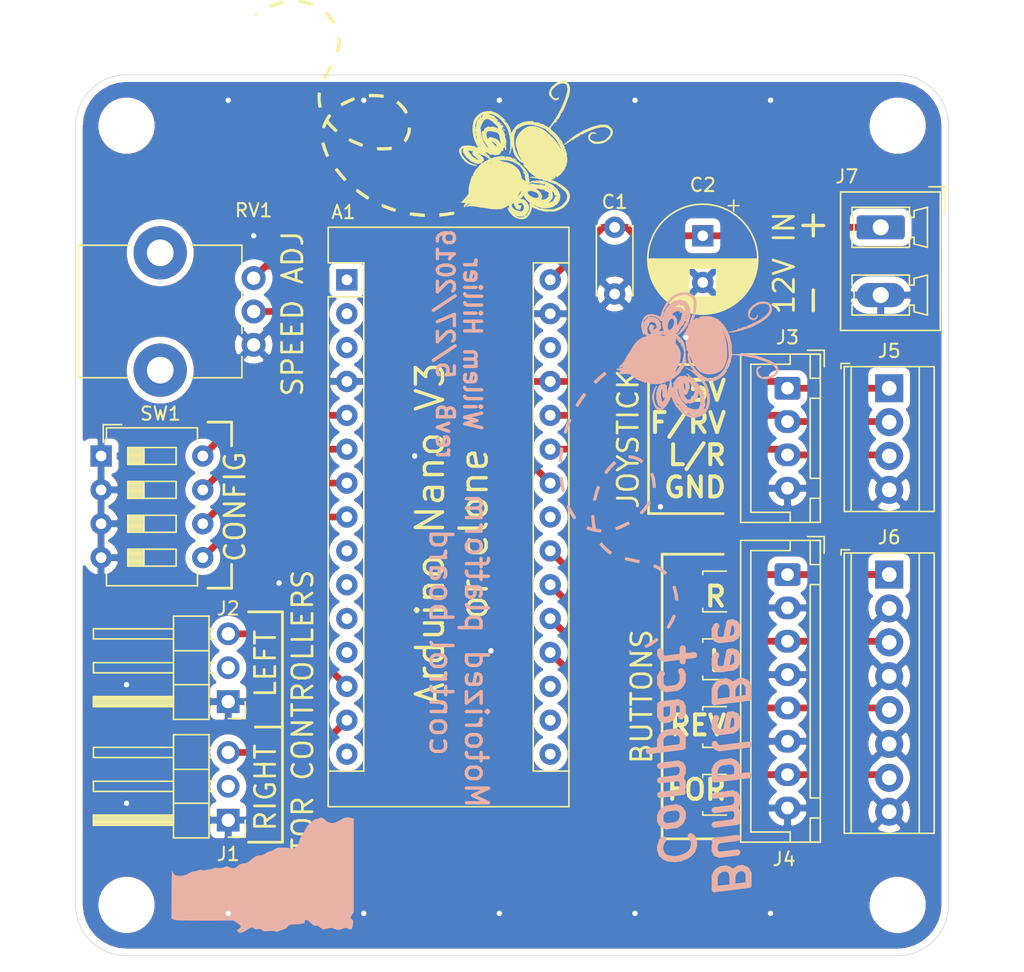
<source format=kicad_pcb>
(kicad_pcb (version 20171130) (host pcbnew "(5.1.0)-1")
  (layers (0 F.Cu signal) (31 B.Cu signal) (34 B.Paste user) (35 F.Paste user) (36 B.SilkS user) (37 F.SilkS user) (38 B.Mask user) (39 F.Mask user) (44 Edge.Cuts user))
  (net 0 "")
  (net 1 GND)
  (net 2 /CONFIG1)
  (net 3 /CONFIG2)
  (net 4 /SPEED)
  (net 5 /CONFIG3)
  (net 6 /CONFIG4)
  (net 7 /BTN_UP)
  (net 8 /JS_Y)
  (net 9 /BTN_DN)
  (net 10 /JS_X)
  (net 11 /BTN_L)
  (net 12 +5V)
  (net 13 /BTN_R)
  (net 14 /LMOTOR)
  (net 15 /RMOTOR)
  (net 16 VBUS)
  (module Capacitor_THT:CP_Radial_D8.0mm_P3.50mm (layer F.Cu) (at 127 63.5 270)
    (fp_text reference C2 (at -3.81 0) (layer F.SilkS))
    (fp_text value 10u)
    (pad 2 thru_hole circle (at 3.5 0 270) (size 1.6 1.6) (drill 0.8) (layers *.Cu *.Mask) (net 1 GND))
    (pad 1 thru_hole rect (at 0 0 270) (size 1.6 1.6) (drill 0.8) (layers *.Cu *.Mask) (net 16 VBUS))
  )
  (module footprints:vtLogo15mm (layer B.Cu) (at 93.98 111.252 90)
    (fp_text reference G*** hide)
    (fp_text value LOGO hide)
  )
  (module logo:bumblebee_logo (layer B.Cu) (at 124.46 81.28 90)
    (fp_text reference G*** hide)
    (fp_text value LOGO hide)
  )
  (module logo:bumblebee_logo (layer F.Cu) (at 105.664 53.34 320)
    (fp_text reference G*** hide)
    (fp_text value LOGO hide)
  )
  (module MountingHole:MountingHole_3.2mm_M3 (layer F.Cu) (at 141.605 113.665)
    (fp_text reference REF** hide)
    (fp_text value MountingHole_3.2mm_M3)
    (pad 1 np_thru_hole circle (at 0 0) (size 3.2 3.2) (drill 3.2) (layers *.Cu *.Mask))
  )
  (module MountingHole:MountingHole_3.2mm_M3 (layer F.Cu) (at 83.82 113.665)
    (fp_text reference REF** hide)
    (fp_text value MountingHole_3.2mm_M3)
    (pad 1 np_thru_hole circle (at 0 0) (size 3.2 3.2) (drill 3.2) (layers *.Cu *.Mask))
  )
  (module MountingHole:MountingHole_3.2mm_M3 (layer F.Cu) (at 83.82 55.245)
    (fp_text reference REF** hide)
    (fp_text value MountingHole_3.2mm_M3)
    (pad 1 np_thru_hole circle (at 0 0) (size 3.2 3.2) (drill 3.2) (layers *.Cu *.Mask))
  )
  (module MountingHole:MountingHole_3.2mm_M3 (layer F.Cu) (at 141.605 55.245)
    (fp_text reference REF** hide)
    (fp_text value MountingHole_3.2mm_M3)
    (pad 1 np_thru_hole circle (at 0 0) (size 3.2 3.2) (drill 3.2) (layers *.Cu *.Mask))
  )
  (module Module:Arduino_Nano (layer F.Cu) (at 100.33 66.802)
    (fp_text reference A1 (at -0.254 -5.08) (layer F.SilkS))
    (fp_text value Arduino_Nano_v3.x)
    (pad 1 thru_hole rect (at 0 0) (size 1.6 1.6) (drill 0.8) (layers *.Cu *.Mask))
    (pad 17 thru_hole oval (at 15.24 33.02) (size 1.6 1.6) (drill 0.8) (layers *.Cu *.Mask))
    (pad 2 thru_hole oval (at 0 2.54) (size 1.6 1.6) (drill 0.8) (layers *.Cu *.Mask))
    (pad 18 thru_hole oval (at 15.24 30.48) (size 1.6 1.6) (drill 0.8) (layers *.Cu *.Mask))
    (pad 3 thru_hole oval (at 0 5.08) (size 1.6 1.6) (drill 0.8) (layers *.Cu *.Mask))
    (pad 19 thru_hole oval (at 15.24 27.94) (size 1.6 1.6) (drill 0.8) (layers *.Cu *.Mask) (net 13 /BTN_R))
    (pad 4 thru_hole oval (at 0 7.62) (size 1.6 1.6) (drill 0.8) (layers *.Cu *.Mask) (net 1 GND))
    (pad 20 thru_hole oval (at 15.24 25.4) (size 1.6 1.6) (drill 0.8) (layers *.Cu *.Mask) (net 11 /BTN_L))
    (pad 5 thru_hole oval (at 0 10.16) (size 1.6 1.6) (drill 0.8) (layers *.Cu *.Mask) (net 2 /CONFIG1))
    (pad 21 thru_hole oval (at 15.24 22.86) (size 1.6 1.6) (drill 0.8) (layers *.Cu *.Mask) (net 9 /BTN_DN))
    (pad 6 thru_hole oval (at 0 12.7) (size 1.6 1.6) (drill 0.8) (layers *.Cu *.Mask) (net 3 /CONFIG2))
    (pad 22 thru_hole oval (at 15.24 20.32) (size 1.6 1.6) (drill 0.8) (layers *.Cu *.Mask) (net 7 /BTN_UP))
    (pad 7 thru_hole oval (at 0 15.24) (size 1.6 1.6) (drill 0.8) (layers *.Cu *.Mask) (net 5 /CONFIG3))
    (pad 23 thru_hole oval (at 15.24 17.78) (size 1.6 1.6) (drill 0.8) (layers *.Cu *.Mask))
    (pad 8 thru_hole oval (at 0 17.78) (size 1.6 1.6) (drill 0.8) (layers *.Cu *.Mask) (net 6 /CONFIG4))
    (pad 24 thru_hole oval (at 15.24 15.24) (size 1.6 1.6) (drill 0.8) (layers *.Cu *.Mask) (net 4 /SPEED))
    (pad 9 thru_hole oval (at 0 20.32) (size 1.6 1.6) (drill 0.8) (layers *.Cu *.Mask))
    (pad 25 thru_hole oval (at 15.24 12.7) (size 1.6 1.6) (drill 0.8) (layers *.Cu *.Mask) (net 8 /JS_Y))
    (pad 10 thru_hole oval (at 0 22.86) (size 1.6 1.6) (drill 0.8) (layers *.Cu *.Mask))
    (pad 26 thru_hole oval (at 15.24 10.16) (size 1.6 1.6) (drill 0.8) (layers *.Cu *.Mask) (net 10 /JS_X))
    (pad 11 thru_hole oval (at 0 25.4) (size 1.6 1.6) (drill 0.8) (layers *.Cu *.Mask))
    (pad 27 thru_hole oval (at 15.24 7.62) (size 1.6 1.6) (drill 0.8) (layers *.Cu *.Mask) (net 12 +5V))
    (pad 12 thru_hole oval (at 0 27.94) (size 1.6 1.6) (drill 0.8) (layers *.Cu *.Mask))
    (pad 28 thru_hole oval (at 15.24 5.08) (size 1.6 1.6) (drill 0.8) (layers *.Cu *.Mask))
    (pad 13 thru_hole oval (at 0 30.48) (size 1.6 1.6) (drill 0.8) (layers *.Cu *.Mask) (net 14 /LMOTOR))
    (pad 29 thru_hole oval (at 15.24 2.54) (size 1.6 1.6) (drill 0.8) (layers *.Cu *.Mask) (net 1 GND))
    (pad 14 thru_hole oval (at 0 33.02) (size 1.6 1.6) (drill 0.8) (layers *.Cu *.Mask) (net 15 /RMOTOR))
    (pad 30 thru_hole oval (at 15.24 0) (size 1.6 1.6) (drill 0.8) (layers *.Cu *.Mask) (net 16 VBUS))
    (pad 15 thru_hole oval (at 0 35.56) (size 1.6 1.6) (drill 0.8) (layers *.Cu *.Mask))
    (pad 16 thru_hole oval (at 15.24 35.56) (size 1.6 1.6) (drill 0.8) (layers *.Cu *.Mask))
  )
  (module Capacitor_THT:C_Disc_D5.0mm_W2.5mm_P5.00mm (layer F.Cu) (at 120.396 62.865 270)
    (fp_text reference C1 (at -1.905 0) (layer F.SilkS))
    (fp_text value 0.1u)
    (pad 1 thru_hole circle (at 0 0 270) (size 1.6 1.6) (drill 0.8) (layers *.Cu *.Mask) (net 16 VBUS))
    (pad 2 thru_hole circle (at 5 0 270) (size 1.6 1.6) (drill 0.8) (layers *.Cu *.Mask) (net 1 GND))
  )
  (module Connector_JST:JST_XH_B4B-XH-A_1x04_P2.50mm_Vertical (layer F.Cu) (at 133.35 74.93 270)
    (fp_text reference J3 (at -3.81 0) (layer F.SilkS))
    (fp_text value Conn_01x04)
    (pad 1 thru_hole roundrect (at 0 0 270) (size 1.7 1.95) (drill 0.95) (layers *.Cu *.Mask) (roundrect_rratio 0.147059) (net 12 +5V))
    (pad 2 thru_hole oval (at 2.5 0 270) (size 1.7 1.95) (drill 0.95) (layers *.Cu *.Mask) (net 10 /JS_X))
    (pad 3 thru_hole oval (at 5 0 270) (size 1.7 1.95) (drill 0.95) (layers *.Cu *.Mask) (net 8 /JS_Y))
    (pad 4 thru_hole oval (at 7.5 0 270) (size 1.7 1.95) (drill 0.95) (layers *.Cu *.Mask) (net 1 GND))
  )
  (module Connector_JST:JST_XH_B8B-XH-A_1x08_P2.50mm_Vertical (layer F.Cu) (at 133.35 88.9 270)
    (fp_text reference J4 (at 21.336 0.254) (layer F.SilkS))
    (fp_text value JST-XH)
    (pad 1 thru_hole roundrect (at 0 0 270) (size 1.7 1.95) (drill 0.95) (layers *.Cu *.Mask) (roundrect_rratio 0.147059) (net 7 /BTN_UP))
    (pad 2 thru_hole oval (at 2.5 0 270) (size 1.7 1.95) (drill 0.95) (layers *.Cu *.Mask) (net 1 GND))
    (pad 3 thru_hole oval (at 5 0 270) (size 1.7 1.95) (drill 0.95) (layers *.Cu *.Mask) (net 9 /BTN_DN))
    (pad 4 thru_hole oval (at 7.5 0 270) (size 1.7 1.95) (drill 0.95) (layers *.Cu *.Mask) (net 1 GND))
    (pad 5 thru_hole oval (at 10 0 270) (size 1.7 1.95) (drill 0.95) (layers *.Cu *.Mask) (net 11 /BTN_L))
    (pad 6 thru_hole oval (at 12.5 0 270) (size 1.7 1.95) (drill 0.95) (layers *.Cu *.Mask) (net 1 GND))
    (pad 7 thru_hole oval (at 15 0 270) (size 1.7 1.95) (drill 0.95) (layers *.Cu *.Mask) (net 13 /BTN_R))
    (pad 8 thru_hole oval (at 17.5 0 270) (size 1.7 1.95) (drill 0.95) (layers *.Cu *.Mask) (net 1 GND))
  )
  (module footprints:TerminalBlock_TE_282834-4_1x04_P2.54mm_Horizontal (layer F.Cu) (at 140.97 74.93 270)
    (fp_text reference J5 (at -2.794 0) (layer F.SilkS))
    (fp_text value Conn_01x04)
    (pad 1 thru_hole rect (at 0 0 270) (size 2.1 2.1) (drill 1.1) (layers *.Cu *.Mask) (net 12 +5V))
    (pad 2 thru_hole circle (at 2.54 0 270) (size 2.1 2.1) (drill 1.1) (layers *.Cu *.Mask) (net 10 /JS_X))
    (pad 3 thru_hole circle (at 5.08 0 270) (size 2.1 2.1) (drill 1.1) (layers *.Cu *.Mask) (net 8 /JS_Y))
    (pad 4 thru_hole circle (at 7.62 0 270) (size 2.1 2.1) (drill 1.1) (layers *.Cu *.Mask) (net 1 GND))
  )
  (module footprints:TerminalBlock_TE_282834-8_1x08_P2.54mm_Horizontal (layer F.Cu) (at 140.97 88.9 270)
    (fp_text reference J6 (at -2.794 0) (layer F.SilkS))
    (fp_text value HEADER)
    (pad 8 thru_hole circle (at 17.78 0 270) (size 2.1 2.1) (drill 1.1) (layers *.Cu *.Mask) (net 1 GND))
    (pad 7 thru_hole circle (at 15.24 0 270) (size 2.1 2.1) (drill 1.1) (layers *.Cu *.Mask) (net 13 /BTN_R))
    (pad 6 thru_hole circle (at 12.7 0 270) (size 2.1 2.1) (drill 1.1) (layers *.Cu *.Mask) (net 1 GND))
    (pad 5 thru_hole circle (at 10.16 0 270) (size 2.1 2.1) (drill 1.1) (layers *.Cu *.Mask) (net 11 /BTN_L))
    (pad 4 thru_hole circle (at 7.62 0 270) (size 2.1 2.1) (drill 1.1) (layers *.Cu *.Mask) (net 1 GND))
    (pad 3 thru_hole circle (at 5.08 0 270) (size 2.1 2.1) (drill 1.1) (layers *.Cu *.Mask) (net 9 /BTN_DN))
    (pad 2 thru_hole circle (at 2.54 0 270) (size 2.1 2.1) (drill 1.1) (layers *.Cu *.Mask) (net 1 GND))
    (pad 1 thru_hole rect (at 0 0 270) (size 2.1 2.1) (drill 1.1) (layers *.Cu *.Mask) (net 7 /BTN_UP))
  )
  (module Connector_Phoenix_MC_HighVoltage:PhoenixContact_MCV_1,5_2-G-5.08_1x02_P5.08mm_Vertical (layer F.Cu) (at 140.335 62.865 270)
    (fp_text reference J7 (at -3.81 2.54) (layer F.SilkS))
    (fp_text value Conn_01x02)
    (pad 1 thru_hole roundrect (at 0 0 270) (size 1.8 3.6) (drill 1.2) (layers *.Cu *.Mask) (roundrect_rratio 0.138889) (net 16 VBUS))
    (pad 2 thru_hole oval (at 5.08 0 270) (size 1.8 3.6) (drill 1.2) (layers *.Cu *.Mask) (net 1 GND))
  )
  (module footprints:Potentiometer_Bourns_PTV09A-1_Single_Vertical (layer F.Cu) (at 93.345 66.675 180)
    (fp_text reference RV1 (at 0 5.08 180) (layer F.SilkS))
    (fp_text value "Speed Limit")
    (pad 3 thru_hole circle (at 0 -5 180) (size 1.8 1.8) (drill 1) (layers *.Cu *.Mask) (net 1 GND))
    (pad 2 thru_hole circle (at 0 -2.5 180) (size 1.8 1.8) (drill 1) (layers *.Cu *.Mask) (net 4 /SPEED))
    (pad 1 thru_hole circle (at 0 0 180) (size 1.8 1.8) (drill 1) (layers *.Cu *.Mask) (net 12 +5V))
    (pad "" np_thru_hole circle (at 7 -6.9 180) (size 4 4) (drill 2) (layers *.Cu *.Mask))
    (pad "" np_thru_hole circle (at 7 1.9 180) (size 4 4) (drill 2) (layers *.Cu *.Mask))
  )
  (module Button_Switch_THT:SW_DIP_SPSTx04_Slide_6.7x11.72mm_W7.62mm_P2.54mm_LowProfile (layer F.Cu) (at 81.915 80.01)
    (fp_text reference SW1 (at 4.445 -3.175) (layer F.SilkS))
    (fp_text value SW_DIP_x04)
    (pad 1 thru_hole rect (at 0 0) (size 1.6 1.6) (drill 0.8) (layers *.Cu *.Mask) (net 1 GND))
    (pad 5 thru_hole oval (at 7.62 7.62) (size 1.6 1.6) (drill 0.8) (layers *.Cu *.Mask) (net 6 /CONFIG4))
    (pad 2 thru_hole oval (at 0 2.54) (size 1.6 1.6) (drill 0.8) (layers *.Cu *.Mask) (net 1 GND))
    (pad 6 thru_hole oval (at 7.62 5.08) (size 1.6 1.6) (drill 0.8) (layers *.Cu *.Mask) (net 5 /CONFIG3))
    (pad 3 thru_hole oval (at 0 5.08) (size 1.6 1.6) (drill 0.8) (layers *.Cu *.Mask) (net 1 GND))
    (pad 7 thru_hole oval (at 7.62 2.54) (size 1.6 1.6) (drill 0.8) (layers *.Cu *.Mask) (net 3 /CONFIG2))
    (pad 4 thru_hole oval (at 0 7.62) (size 1.6 1.6) (drill 0.8) (layers *.Cu *.Mask) (net 1 GND))
    (pad 8 thru_hole oval (at 7.62 0) (size 1.6 1.6) (drill 0.8) (layers *.Cu *.Mask) (net 2 /CONFIG1))
  )
  (module Connector_PinHeader_2.54mm:PinHeader_1x03_P2.54mm_Horizontal (layer F.Cu) (at 91.44 107.315 180)
    (fp_text reference J1 (at 0 -2.54 180) (layer F.SilkS))
    (fp_text value RMOTOR)
    (pad 3 thru_hole oval (at 0 5.08 180) (size 1.7 1.7) (drill 1) (layers *.Cu *.Mask) (net 15 /RMOTOR))
    (pad 2 thru_hole oval (at 0 2.54 180) (size 1.7 1.7) (drill 1) (layers *.Cu *.Mask))
    (pad 1 thru_hole rect (at 0 0 180) (size 1.7 1.7) (drill 1) (layers *.Cu *.Mask) (net 1 GND))
  )
  (module Connector_PinHeader_2.54mm:PinHeader_1x03_P2.54mm_Horizontal (layer F.Cu) (at 91.44 98.425 180)
    (fp_text reference J2 (at 0 6.985 180) (layer F.SilkS))
    (fp_text value LMOTOR)
    (pad 1 thru_hole rect (at 0 0 180) (size 1.7 1.7) (drill 1) (layers *.Cu *.Mask) (net 1 GND))
    (pad 2 thru_hole oval (at 0 2.54 180) (size 1.7 1.7) (drill 1) (layers *.Cu *.Mask))
    (pad 3 thru_hole oval (at 0 5.08 180) (size 1.7 1.7) (drill 1) (layers *.Cu *.Mask) (net 14 /LMOTOR))
  )
  (gr_text "Willem Hillier\nrevB  5/27/2019" (at 108.712 71.628 270) (layer B.SilkS) (effects (font (size 1.27 1.27) (thickness 0.254)) (justify mirror)))
  (gr_text "Motorized platform \ncontrol board" (at 108.712 93.98 270) (layer B.SilkS) (effects (font (size 1.651 1.651) (thickness 0.254)) (justify mirror)))
  (gr_text "BumbleBee\nCompact" (at 127 102.616 270) (layer B.SilkS) (effects (font (size 2.54 2.54) (thickness 0.4572) italic) (justify mirror)))
  (gr_text "Arduino Nano V3\nor clone" (at 108.204 85.852 90) (layer F.SilkS) (effects (font (size 2.032 2.032) (thickness 0.254))))
  (gr_text "-  +" (at 135.128 65.532 90) (layer F.SilkS) (effects (font (size 2.032 2.032) (thickness 0.254))))
  (gr_text "12V IN" (at 133.096 65.532 90) (layer F.SilkS) (effects (font (size 1.524 1.524) (thickness 0.2032))))
  (gr_text "5V\nF/RV\nL/R\nGND" (at 128.905 78.74) (layer F.SilkS) (effects (font (size 1.5 1.5) (thickness 0.3)) (justify right)))
  (gr_line (start 122.936 73.152) (end 128.524 73.152) (layer F.SilkS) (width 0.2032))
  (gr_line (start 122.936 84.328) (end 122.936 73.152) (layer F.SilkS) (width 0.2032))
  (gr_line (start 128.524 84.328) (end 122.936 84.328) (layer F.SilkS) (width 0.2032))
  (gr_text JOYSTICK (at 121.412 78.74 90) (layer F.SilkS) (effects (font (size 1.524 1.524) (thickness 0.2032))))
  (gr_text BUTTONS (at 122.428 98.044 90) (layer F.SilkS) (effects (font (size 1.524 1.524) (thickness 0.2032))))
  (gr_line (start 123.952 87.376) (end 128.524 87.376) (layer F.SilkS) (width 0.2032))
  (gr_line (start 123.952 108.712) (end 123.952 87.376) (layer F.SilkS) (width 0.2032))
  (gr_line (start 128.524 108.712) (end 123.952 108.712) (layer F.SilkS) (width 0.2032))
  (gr_line (start 127 103.886) (end 128.778 103.886) (layer F.SilkS) (width 0.12))
  (gr_line (start 128.778 106.934) (end 127 106.934) (layer F.SilkS) (width 0.12))
  (gr_line (start 127 106.68) (end 127 106.934) (layer F.SilkS) (width 0.12))
  (gr_line (start 127 104.14) (end 127 103.886) (layer F.SilkS) (width 0.12))
  (gr_line (start 128.778 101.854) (end 127 101.854) (layer F.SilkS) (width 0.12))
  (gr_line (start 127 99.06) (end 127 98.806) (layer F.SilkS) (width 0.12))
  (gr_line (start 127 101.6) (end 127 101.854) (layer F.SilkS) (width 0.12))
  (gr_line (start 127 98.806) (end 128.778 98.806) (layer F.SilkS) (width 0.12))
  (gr_line (start 127 96.52) (end 127 96.774) (layer F.SilkS) (width 0.12))
  (gr_line (start 127 93.726) (end 128.778 93.726) (layer F.SilkS) (width 0.12))
  (gr_line (start 127 93.98) (end 127 93.726) (layer F.SilkS) (width 0.12))
  (gr_line (start 128.778 96.774) (end 127 96.774) (layer F.SilkS) (width 0.12))
  (gr_line (start 128.778 91.694) (end 127 91.694) (layer F.SilkS) (width 0.12))
  (gr_line (start 127 91.44) (end 127 91.694) (layer F.SilkS) (width 0.12))
  (gr_line (start 127 88.646) (end 128.778 88.646) (layer F.SilkS) (width 0.12))
  (gr_line (start 127 88.9) (end 127 88.646) (layer F.SilkS) (width 0.12))
  (gr_text "R\n\nL\n\nREV\n\nFOR" (at 128.905 97.79) (layer F.SilkS) (effects (font (size 1.5 1.5) (thickness 0.3)) (justify right)))
  (gr_text "SPEED ADJ" (at 96.266 69.342 90) (layer F.SilkS) (effects (font (size 1.524 1.524) (thickness 0.2032))))
  (gr_line (start 91.694 77.47) (end 89.916 77.47) (layer F.SilkS) (width 0.2032))
  (gr_line (start 91.694 89.916) (end 89.916 89.916) (layer F.SilkS) (width 0.2032))
  (gr_line (start 91.694 89.916) (end 91.694 88.138) (layer F.SilkS) (width 0.2032))
  (gr_line (start 91.694 79.248) (end 91.694 77.47) (layer F.SilkS) (width 0.2032))
  (gr_text CONFIG (at 91.948 83.82 90) (layer F.SilkS) (effects (font (size 1.524 1.524) (thickness 0.2032))))
  (gr_line (start 95.504 100.33) (end 93.472 100.33) (layer F.SilkS) (width 0.2032))
  (gr_text "MOTOR CONTROLLERS" (at 97.028 100.838 90) (layer F.SilkS) (effects (font (size 1.524 1.524) (thickness 0.2032))))
  (gr_line (start 95.504 108.966) (end 92.964 108.966) (layer F.SilkS) (width 0.2032))
  (gr_line (start 95.504 91.694) (end 95.504 108.966) (layer F.SilkS) (width 0.2032))
  (gr_line (start 92.964 91.694) (end 95.504 91.694) (layer F.SilkS) (width 0.2032))
  (gr_text "RIGHT   LEFT" (at 94.234 100.584 90) (layer F.SilkS) (effects (font (size 1.524 1.524) (thickness 0.2032))))
  (gr_arc (start 83.82 113.665) (end 80.01 113.665) (angle -90) (layer Edge.Cuts) (width 0.05))
  (gr_arc (start 141.605 113.665) (end 141.605 117.475) (angle -90) (layer Edge.Cuts) (width 0.05))
  (gr_arc (start 141.605 55.245) (end 145.415 55.245) (angle -90) (layer Edge.Cuts) (width 0.05))
  (gr_arc (start 83.82 55.245) (end 83.82 51.435) (angle -90) (layer Edge.Cuts) (width 0.05))
  (gr_line (start 80.01 113.665) (end 80.01 55.245) (layer Edge.Cuts) (width 0.05))
  (gr_line (start 141.605 117.475) (end 83.82 117.475) (layer Edge.Cuts) (width 0.05))
  (gr_line (start 145.415 55.245) (end 145.415 113.665) (layer Edge.Cuts) (width 0.05))
  (gr_line (start 83.82 51.435) (end 141.605 51.435) (layer Edge.Cuts) (width 0.05))
  (via (at 91.44 53.34) (size 0.8) (drill 0.4) (layers F.Cu B.Cu) (net 1))
  (via (at 101.6 53.34) (size 0.8) (drill 0.4) (layers F.Cu B.Cu) (net 1))
  (via (at 111.76 53.34) (size 0.8) (drill 0.4) (layers F.Cu B.Cu) (net 1))
  (via (at 121.92 53.34) (size 0.8) (drill 0.4) (layers F.Cu B.Cu) (net 1))
  (via (at 132.08 53.34) (size 0.8) (drill 0.4) (layers F.Cu B.Cu) (net 1))
  (via (at 91.44 114.3) (size 0.8) (drill 0.4) (layers F.Cu B.Cu) (net 1))
  (via (at 101.6 114.3) (size 0.8) (drill 0.4) (layers F.Cu B.Cu) (net 1))
  (via (at 111.76 114.3) (size 0.8) (drill 0.4) (layers F.Cu B.Cu) (net 1))
  (via (at 121.92 114.3) (size 0.8) (drill 0.4) (layers F.Cu B.Cu) (net 1))
  (via (at 132.08 114.3) (size 0.8) (drill 0.4) (layers F.Cu B.Cu) (net 1))
  (via (at 83.82 106.045) (size 0.8) (drill 0.4) (layers F.Cu B.Cu) (net 1))
  (via (at 83.82 97.155) (size 0.8) (drill 0.4) (layers F.Cu B.Cu) (net 1))
  (via (at 123.825 83.82) (size 0.8) (drill 0.4) (layers F.Cu B.Cu) (net 1))
  (via (at 105.41 80.01) (size 0.8) (drill 0.4) (layers F.Cu B.Cu) (net 1))
  (via (at 125.73 71.12) (size 0.8) (drill 0.4) (layers F.Cu B.Cu) (net 1))
  (via (at 95.25 89.535) (size 0.8) (drill 0.4) (layers F.Cu B.Cu) (net 1))
  (via (at 111.125 94.615) (size 0.8) (drill 0.4) (layers F.Cu B.Cu) (net 1))
  (via (at 93.345 63.5) (size 0.8) (drill 0.4) (layers F.Cu B.Cu) (net 1))
  (segment (start 92.583 76.962) (end 100.33 76.962) (width 0.508) (layer F.Cu) (net 2))
  (segment (start 89.535 80.01) (end 92.583 76.962) (width 0.508) (layer F.Cu) (net 2))
  (segment (start 92.583 79.502) (end 100.33 79.502) (width 0.508) (layer F.Cu) (net 3))
  (segment (start 89.535 82.55) (end 92.583 79.502) (width 0.508) (layer F.Cu) (net 3))
  (segment (start 101.6 64.77) (end 99.06 64.77) (width 0.508) (layer F.Cu) (net 4))
  (segment (start 97.79 67.31) (end 95.885 69.215) (width 0.508) (layer F.Cu) (net 4))
  (segment (start 102.87 66.04) (end 101.6 64.77) (width 0.508) (layer F.Cu) (net 4))
  (segment (start 97.79 66.04) (end 97.79 67.31) (width 0.508) (layer F.Cu) (net 4))
  (segment (start 99.06 64.77) (end 97.79 66.04) (width 0.508) (layer F.Cu) (net 4))
  (segment (start 95.885 69.215) (end 95.845 69.175) (width 0.508) (layer F.Cu) (net 4))
  (segment (start 95.845 69.175) (end 93.345 69.175) (width 0.508) (layer F.Cu) (net 4))
  (segment (start 102.87 69.342) (end 115.57 82.042) (width 0.508) (layer F.Cu) (net 4))
  (segment (start 102.87 66.04) (end 102.87 69.342) (width 0.508) (layer F.Cu) (net 4))
  (segment (start 92.583 82.042) (end 100.33 82.042) (width 0.508) (layer F.Cu) (net 5))
  (segment (start 89.535 85.09) (end 92.583 82.042) (width 0.508) (layer F.Cu) (net 5))
  (segment (start 92.583 84.582) (end 89.535 87.63) (width 0.508) (layer F.Cu) (net 6))
  (segment (start 100.33 84.582) (end 92.583 84.582) (width 0.508) (layer F.Cu) (net 6))
  (segment (start 117.348 88.9) (end 133.35 88.9) (width 0.508) (layer F.Cu) (net 7))
  (segment (start 115.57 87.122) (end 117.348 88.9) (width 0.508) (layer F.Cu) (net 7))
  (segment (start 133.35 88.9) (end 140.97 88.9) (width 0.508) (layer F.Cu) (net 7))
  (segment (start 132.922 79.502) (end 133.35 79.93) (width 0.508) (layer F.Cu) (net 8))
  (segment (start 115.57 79.502) (end 132.922 79.502) (width 0.508) (layer F.Cu) (net 8))
  (segment (start 140.89 79.93) (end 140.97 80.01) (width 0.508) (layer F.Cu) (net 8))
  (segment (start 133.35 79.93) (end 140.89 79.93) (width 0.508) (layer F.Cu) (net 8))
  (segment (start 119.808 93.9) (end 115.57 89.662) (width 0.508) (layer F.Cu) (net 9))
  (segment (start 133.35 93.9) (end 119.808 93.9) (width 0.508) (layer F.Cu) (net 9))
  (segment (start 140.89 93.9) (end 140.97 93.98) (width 0.508) (layer F.Cu) (net 9))
  (segment (start 133.35 93.9) (end 140.89 93.9) (width 0.508) (layer F.Cu) (net 9))
  (segment (start 132.882 76.962) (end 133.35 77.43) (width 0.508) (layer F.Cu) (net 10))
  (segment (start 115.57 76.962) (end 132.882 76.962) (width 0.508) (layer F.Cu) (net 10))
  (segment (start 140.93 77.43) (end 140.97 77.47) (width 0.508) (layer F.Cu) (net 10))
  (segment (start 133.35 77.43) (end 140.93 77.43) (width 0.508) (layer F.Cu) (net 10))
  (segment (start 122.268 98.9) (end 115.57 92.202) (width 0.508) (layer F.Cu) (net 11))
  (segment (start 133.35 98.9) (end 122.268 98.9) (width 0.508) (layer F.Cu) (net 11))
  (segment (start 140.81 98.9) (end 140.97 99.06) (width 0.508) (layer F.Cu) (net 11))
  (segment (start 133.35 98.9) (end 140.81 98.9) (width 0.508) (layer F.Cu) (net 11))
  (segment (start 132.842 74.422) (end 133.35 74.93) (width 0.508) (layer F.Cu) (net 12))
  (segment (start 115.57 74.422) (end 132.842 74.422) (width 0.508) (layer F.Cu) (net 12))
  (segment (start 133.35 74.93) (end 140.97 74.93) (width 0.508) (layer F.Cu) (net 12))
  (segment (start 113.157 74.422) (end 115.57 74.422) (width 0.508) (layer F.Cu) (net 12))
  (segment (start 102.235 63.5) (end 113.157 74.422) (width 0.508) (layer F.Cu) (net 12))
  (segment (start 98.425 63.5) (end 102.235 63.5) (width 0.508) (layer F.Cu) (net 12))
  (segment (start 96.149999 65.775001) (end 98.425 63.5) (width 0.508) (layer F.Cu) (net 12))
  (segment (start 93.345 66.675) (end 94.244999 65.775001) (width 0.508) (layer F.Cu) (net 12))
  (segment (start 94.244999 65.775001) (end 96.149999 65.775001) (width 0.508) (layer F.Cu) (net 12))
  (segment (start 124.728 103.9) (end 115.57 94.742) (width 0.508) (layer F.Cu) (net 13))
  (segment (start 133.35 103.9) (end 124.728 103.9) (width 0.508) (layer F.Cu) (net 13))
  (segment (start 140.73 103.9) (end 140.97 104.14) (width 0.508) (layer F.Cu) (net 13))
  (segment (start 133.35 103.9) (end 140.73 103.9) (width 0.508) (layer F.Cu) (net 13))
  (segment (start 96.393 93.345) (end 100.33 97.282) (width 0.508) (layer F.Cu) (net 14))
  (segment (start 91.44 93.345) (end 96.393 93.345) (width 0.508) (layer F.Cu) (net 14))
  (segment (start 97.917 102.235) (end 100.33 99.822) (width 0.508) (layer F.Cu) (net 15))
  (segment (start 91.44 102.235) (end 97.917 102.235) (width 0.508) (layer F.Cu) (net 15))
  (segment (start 129.54 62.865) (end 128.905 63.5) (width 0.508) (layer F.Cu) (net 16))
  (segment (start 140.335 62.865) (end 129.54 62.865) (width 0.508) (layer F.Cu) (net 16))
  (segment (start 121.92 63.5) (end 121.285 62.865) (width 0.508) (layer F.Cu) (net 16))
  (segment (start 128.905 63.5) (end 121.92 63.5) (width 0.508) (layer F.Cu) (net 16))
  (segment (start 119.507 62.865) (end 115.57 66.802) (width 0.508) (layer F.Cu) (net 16))
  (segment (start 121.285 62.865) (end 119.507 62.865) (width 0.508) (layer F.Cu) (net 16))
  (zone (net 1) (net_name GND) (layer F.Cu) (connect_pads (clearance 0.508)) (min_thickness 0.254) (fill yes (arc_segments 32) (thermal_gap 0.508) (thermal_bridge_width 0.508))
    (polygon (pts (xy 80.01 51.435) (xy 145.415 51.435) (xy 145.415 117.475) (xy 80.01 117.475)))
  )
  (zone (net 1) (net_name GND) (layer B.Cu) (connect_pads (clearance 0.508)) (min_thickness 0.254) (fill yes (arc_segments 32) (thermal_gap 0.508) (thermal_bridge_width 0.508))
    (polygon (pts (xy 80.01 51.435) (xy 145.415 51.435) (xy 145.415 117.475) (xy 80.01 117.475)))
  )
)
</source>
